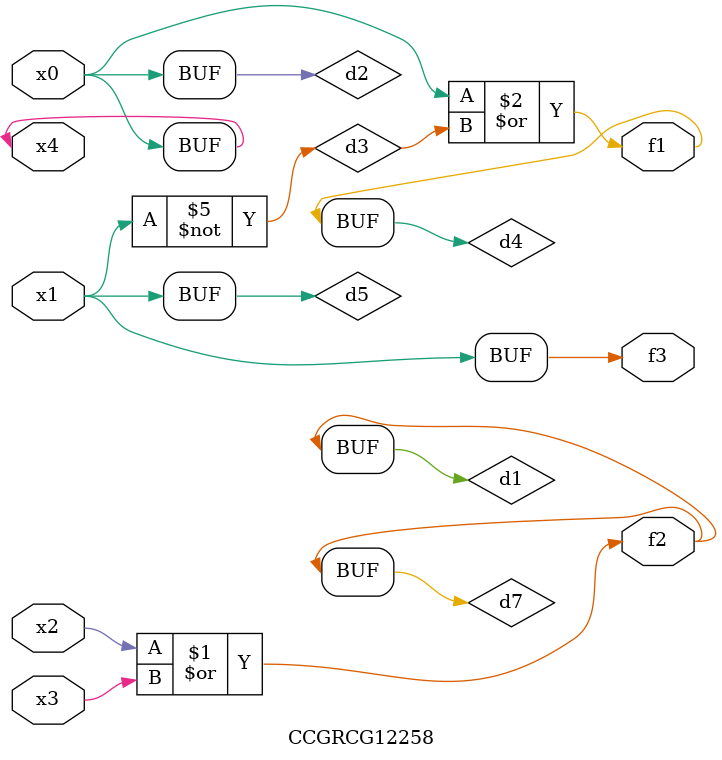
<source format=v>
module CCGRCG12258(
	input x0, x1, x2, x3, x4,
	output f1, f2, f3
);

	wire d1, d2, d3, d4, d5, d6, d7;

	or (d1, x2, x3);
	buf (d2, x0, x4);
	not (d3, x1);
	or (d4, d2, d3);
	not (d5, d3);
	nand (d6, d1, d3);
	or (d7, d1);
	assign f1 = d4;
	assign f2 = d7;
	assign f3 = d5;
endmodule

</source>
